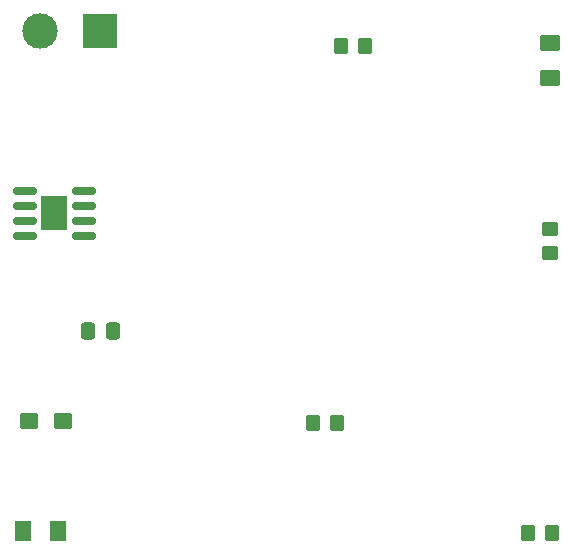
<source format=gbr>
%TF.GenerationSoftware,KiCad,Pcbnew,(6.0.11-0)*%
%TF.CreationDate,2023-03-02T14:01:41-08:00*%
%TF.ProjectId,KICAD Part Two,4b494341-4420-4506-9172-742054776f2e,rev?*%
%TF.SameCoordinates,Original*%
%TF.FileFunction,Soldermask,Top*%
%TF.FilePolarity,Negative*%
%FSLAX46Y46*%
G04 Gerber Fmt 4.6, Leading zero omitted, Abs format (unit mm)*
G04 Created by KiCad (PCBNEW (6.0.11-0)) date 2023-03-02 14:01:41*
%MOMM*%
%LPD*%
G01*
G04 APERTURE LIST*
G04 Aperture macros list*
%AMRoundRect*
0 Rectangle with rounded corners*
0 $1 Rounding radius*
0 $2 $3 $4 $5 $6 $7 $8 $9 X,Y pos of 4 corners*
0 Add a 4 corners polygon primitive as box body*
4,1,4,$2,$3,$4,$5,$6,$7,$8,$9,$2,$3,0*
0 Add four circle primitives for the rounded corners*
1,1,$1+$1,$2,$3*
1,1,$1+$1,$4,$5*
1,1,$1+$1,$6,$7*
1,1,$1+$1,$8,$9*
0 Add four rect primitives between the rounded corners*
20,1,$1+$1,$2,$3,$4,$5,0*
20,1,$1+$1,$4,$5,$6,$7,0*
20,1,$1+$1,$6,$7,$8,$9,0*
20,1,$1+$1,$8,$9,$2,$3,0*%
G04 Aperture macros list end*
%ADD10RoundRect,0.250000X0.337500X0.475000X-0.337500X0.475000X-0.337500X-0.475000X0.337500X-0.475000X0*%
%ADD11RoundRect,0.250000X0.450000X-0.350000X0.450000X0.350000X-0.450000X0.350000X-0.450000X-0.350000X0*%
%ADD12R,3.000000X3.000000*%
%ADD13C,3.000000*%
%ADD14RoundRect,0.250001X-0.462499X-0.624999X0.462499X-0.624999X0.462499X0.624999X-0.462499X0.624999X0*%
%ADD15RoundRect,0.250000X0.350000X0.450000X-0.350000X0.450000X-0.350000X-0.450000X0.350000X-0.450000X0*%
%ADD16RoundRect,0.250000X0.537500X0.425000X-0.537500X0.425000X-0.537500X-0.425000X0.537500X-0.425000X0*%
%ADD17RoundRect,0.250000X-0.350000X-0.450000X0.350000X-0.450000X0.350000X0.450000X-0.350000X0.450000X0*%
%ADD18RoundRect,0.150000X-0.825000X-0.150000X0.825000X-0.150000X0.825000X0.150000X-0.825000X0.150000X0*%
%ADD19R,2.290000X3.000000*%
%ADD20RoundRect,0.250001X0.624999X-0.462499X0.624999X0.462499X-0.624999X0.462499X-0.624999X-0.462499X0*%
G04 APERTURE END LIST*
D10*
%TO.C,C2*%
X191537500Y-109220000D03*
X189462500Y-109220000D03*
%TD*%
D11*
%TO.C,R3*%
X228600000Y-102600000D03*
X228600000Y-100600000D03*
%TD*%
D12*
%TO.C,J1*%
X190500000Y-83820000D03*
D13*
X185420000Y-83820000D03*
%TD*%
D14*
%TO.C,D2*%
X183932500Y-126200000D03*
X186907500Y-126200000D03*
%TD*%
D15*
%TO.C,R4*%
X228725000Y-126335000D03*
X226725000Y-126335000D03*
%TD*%
D16*
%TO.C,C1*%
X187317500Y-116830000D03*
X184442500Y-116830000D03*
%TD*%
D17*
%TO.C,R1*%
X210905872Y-85110000D03*
X212905872Y-85110000D03*
%TD*%
D18*
%TO.C,U1*%
X184130000Y-97340000D03*
X184130000Y-98610000D03*
X184130000Y-99880000D03*
X184130000Y-101150000D03*
X189080000Y-101150000D03*
X189080000Y-99880000D03*
X189080000Y-98610000D03*
X189080000Y-97340000D03*
D19*
X186605000Y-99245000D03*
%TD*%
D20*
%TO.C,D1*%
X228600000Y-87847500D03*
X228600000Y-84872500D03*
%TD*%
D15*
%TO.C,R2*%
X210510000Y-117020000D03*
X208510000Y-117020000D03*
%TD*%
M02*

</source>
